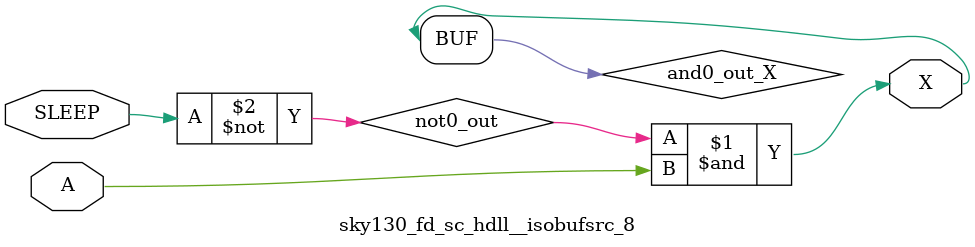
<source format=v>
/*
 * Copyright 2020 The SkyWater PDK Authors
 *
 * Licensed under the Apache License, Version 2.0 (the "License");
 * you may not use this file except in compliance with the License.
 * You may obtain a copy of the License at
 *
 *     https://www.apache.org/licenses/LICENSE-2.0
 *
 * Unless required by applicable law or agreed to in writing, software
 * distributed under the License is distributed on an "AS IS" BASIS,
 * WITHOUT WARRANTIES OR CONDITIONS OF ANY KIND, either express or implied.
 * See the License for the specific language governing permissions and
 * limitations under the License.
 *
 * SPDX-License-Identifier: Apache-2.0
*/


`ifndef SKY130_FD_SC_HDLL__ISOBUFSRC_8_FUNCTIONAL_V
`define SKY130_FD_SC_HDLL__ISOBUFSRC_8_FUNCTIONAL_V

/**
 * isobufsrc: Input isolation, noninverted sleep.
 *
 *            X = (!A | SLEEP)
 *
 * Verilog simulation functional model.
 */

`timescale 1ns / 1ps
`default_nettype none

`celldefine
module sky130_fd_sc_hdll__isobufsrc_8 (
    X    ,
    SLEEP,
    A
);

    // Module ports
    output X    ;
    input  SLEEP;
    input  A    ;

    // Local signals
    wire not0_out  ;
    wire and0_out_X;

    //  Name  Output      Other arguments
    not not0 (not0_out  , SLEEP          );
    and and0 (and0_out_X, not0_out, A    );
    buf buf0 (X         , and0_out_X     );

endmodule
`endcelldefine

`default_nettype wire
`endif  // SKY130_FD_SC_HDLL__ISOBUFSRC_8_FUNCTIONAL_V

</source>
